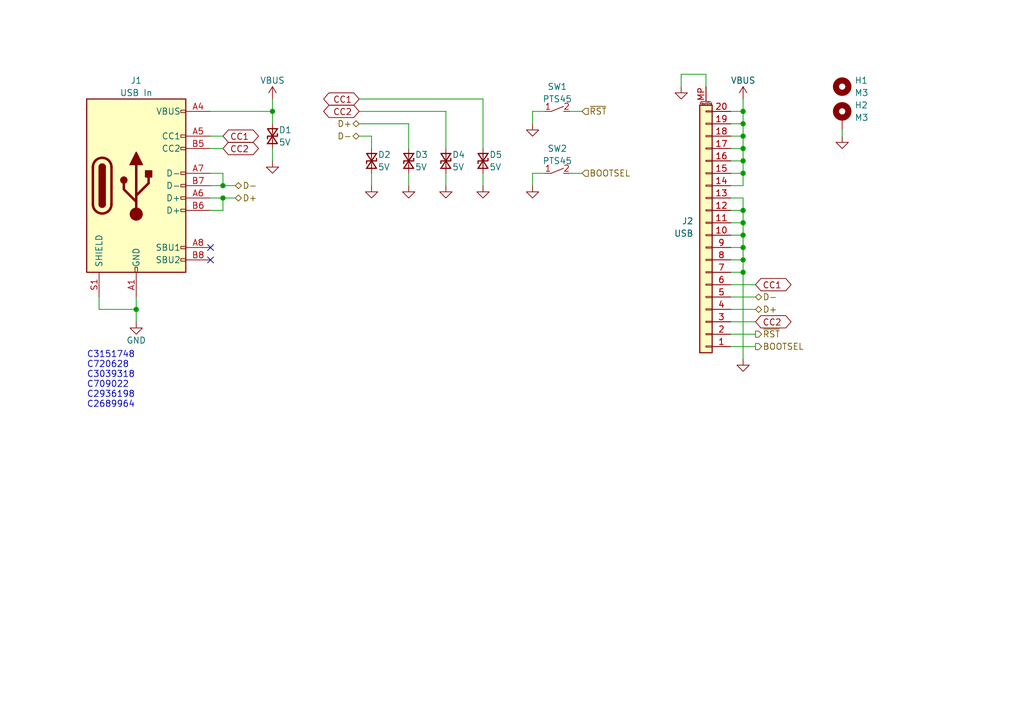
<source format=kicad_sch>
(kicad_sch (version 20230121) (generator eeschema)
  (paper "A5")
  (title_block (title "Galia USB-C breakout board") (date "2023-07-18") (rev "V1.0") (company "Created by Ariamelon (https://github.com/Ariamelon/Galia/)") (comment 1 "Licensed under CC BY 4.0."))
  (lib_symbols
    (symbol "Cantaloupe:SW_SPST_Small" (pin_names (offset 0) hide)
      (property "Reference" "SW" (at 0 -4.318 0))
      (property "Value" "SW_SPST_Small" (at 0 -2.54 0))
      (symbol "SW_SPST_Small_0_1"
        (polyline (pts (xy -1.27 0) (xy 1.27 1.016)))
      )
      (symbol "SW_SPST_Small_1_1"
        (pin passive line (at -2.54 0 0) (length 1.27) (name "A") (number "1"))
        (pin passive line (at 2.54 0 180) (length 1.27) (name "B") (number "2"))
      )
    )
    (symbol "Connector:USB_C_Receptacle_USB2.0" (pin_names (offset 1.016))
      (property "Reference" "J4" (at 0 21.59 0))
      (property "Value" "USB_C_Receptacle_USB2.0" (at 0 19.05 0))
      (symbol "USB_C_Receptacle_USB2.0_0_0"
        (rectangle (start -0.254 -17.78) (end 0.254 -16.764))
        (rectangle (start 10.16 -14.986) (end 9.144 -15.494))
        (rectangle (start 10.16 -12.446) (end 9.144 -12.954))
        (rectangle (start 10.16 -4.826) (end 9.144 -5.334))
        (rectangle (start 10.16 -2.286) (end 9.144 -2.794))
        (rectangle (start 10.16 0.254) (end 9.144 -0.254))
        (rectangle (start 10.16 2.794) (end 9.144 2.286))
        (rectangle (start 10.16 7.874) (end 9.144 7.366))
        (rectangle (start 10.16 10.414) (end 9.144 9.906))
        (rectangle (start 10.16 15.494) (end 9.144 14.986))
      )
      (symbol "USB_C_Receptacle_USB2.0_0_1"
        (rectangle (start -10.16 17.78) (end 10.16 -17.78) (stroke (width 0.254)) (fill (type background)))
        (arc (start -8.89 -3.81) (mid -6.985 -5.7067) (end -5.08 -3.81) (stroke (width 0.508)))
        (arc (start -7.62 -3.81) (mid -6.985 -4.4423) (end -6.35 -3.81) (stroke (width 0.254)))
        (arc (start -7.62 -3.81) (mid -6.985 -4.4423) (end -6.35 -3.81) (stroke (width 0.254)) (fill (type outline)))
        (rectangle (start -7.62 -3.81) (end -6.35 3.81) (stroke (width 0.254)) (fill (type outline)))
        (arc (start -6.35 3.81) (mid -6.985 4.4423) (end -7.62 3.81) (stroke (width 0.254)))
        (arc (start -6.35 3.81) (mid -6.985 4.4423) (end -7.62 3.81) (stroke (width 0.254)) (fill (type outline)))
        (arc (start -5.08 3.81) (mid -6.985 5.7067) (end -8.89 3.81) (stroke (width 0.508)))
        (circle (center -2.54 1.143) (radius 0.635) (stroke (width 0.254)) (fill (type outline)))
        (circle (center 0 -5.842) (radius 1.27) (fill (type outline)))
        (polyline (pts (xy -8.89 -3.81) (xy -8.89 3.81)) (stroke (width 0.508)))
        (polyline (pts (xy -5.08 3.81) (xy -5.08 -3.81)) (stroke (width 0.508)))
        (polyline (pts (xy 0 -5.842) (xy 0 4.318)) (stroke (width 0.508)))
        (polyline (pts (xy 0 -3.302) (xy -2.54 -0.762) (xy -2.54 0.508)) (stroke (width 0.508)))
        (polyline (pts (xy 0 -2.032) (xy 2.54 0.508) (xy 2.54 1.778)) (stroke (width 0.508)))
        (polyline (pts (xy -1.27 4.318) (xy 0 6.858) (xy 1.27 4.318) (xy -1.27 4.318)) (stroke (width 0.254)) (fill (type outline)))
        (rectangle (start 1.905 1.778) (end 3.175 3.048) (stroke (width 0.254)) (fill (type outline)))
      )
      (symbol "USB_C_Receptacle_USB2.0_1_1"
        (pin passive line (at 0 -22.86 90) (length 5.08) (name "GND") (number "A1"))
        (pin passive line (at 0 -22.86 90) (length 5.08) hide (name "GND") (number "A12"))
        (pin passive line (at 15.24 15.24 180) (length 5.08) (name "VBUS") (number "A4"))
        (pin bidirectional line (at 15.24 10.16 180) (length 5.08) (name "CC1") (number "A5"))
        (pin bidirectional line (at 15.24 -2.54 180) (length 5.08) (name "D+") (number "A6"))
        (pin bidirectional line (at 15.24 2.54 180) (length 5.08) (name "D-") (number "A7"))
        (pin bidirectional line (at 15.24 -12.7 180) (length 5.08) (name "SBU1") (number "A8"))
        (pin passive line (at 15.24 15.24 180) (length 5.08) hide (name "VBUS") (number "A9"))
        (pin passive line (at 0 -22.86 90) (length 5.08) hide (name "GND") (number "B1"))
        (pin passive line (at 0 -22.86 90) (length 5.08) hide (name "GND") (number "B12"))
        (pin passive line (at 15.24 15.24 180) (length 5.08) hide (name "VBUS") (number "B4"))
        (pin bidirectional line (at 15.24 7.62 180) (length 5.08) (name "CC2") (number "B5"))
        (pin bidirectional line (at 15.24 -5.08 180) (length 5.08) (name "D+") (number "B6"))
        (pin bidirectional line (at 15.24 0 180) (length 5.08) (name "D-") (number "B7"))
        (pin bidirectional line (at 15.24 -15.24 180) (length 5.08) (name "SBU2") (number "B8"))
        (pin passive line (at 15.24 15.24 180) (length 5.08) hide (name "VBUS") (number "B9"))
        (pin passive line (at -7.62 -22.86 90) (length 5.08) (name "SHIELD") (number "S1"))
      )
    )
    (symbol "Connector_Generic_MountingPin:Conn_01x20_MountingPin" (pin_names (offset 1.016) hide)
      (property "Reference" "J" (at 0 25.4 0))
      (property "Value" "Conn_01x20_MountingPin" (at 1.27 -27.94 0))
      (symbol "Conn_01x20_MountingPin_1_1"
        (rectangle (start -1.27 -25.273) (end 0 -25.527) (stroke (width 0.1524)))
        (rectangle (start -1.27 -22.733) (end 0 -22.987) (stroke (width 0.1524)))
        (rectangle (start -1.27 -20.193) (end 0 -20.447) (stroke (width 0.1524)))
        (rectangle (start -1.27 -17.653) (end 0 -17.907) (stroke (width 0.1524)))
        (rectangle (start -1.27 -15.113) (end 0 -15.367) (stroke (width 0.1524)))
        (rectangle (start -1.27 -12.573) (end 0 -12.827) (stroke (width 0.1524)))
        (rectangle (start -1.27 -10.033) (end 0 -10.287) (stroke (width 0.1524)))
        (rectangle (start -1.27 -7.493) (end 0 -7.747) (stroke (width 0.1524)))
        (rectangle (start -1.27 -4.953) (end 0 -5.207) (stroke (width 0.1524)))
        (rectangle (start -1.27 -2.413) (end 0 -2.667) (stroke (width 0.1524)))
        (rectangle (start -1.27 0.127) (end 0 -0.127) (stroke (width 0.1524)))
        (rectangle (start -1.27 2.667) (end 0 2.413) (stroke (width 0.1524)))
        (rectangle (start -1.27 5.207) (end 0 4.953) (stroke (width 0.1524)))
        (rectangle (start -1.27 7.747) (end 0 7.493) (stroke (width 0.1524)))
        (rectangle (start -1.27 10.287) (end 0 10.033) (stroke (width 0.1524)))
        (rectangle (start -1.27 12.827) (end 0 12.573) (stroke (width 0.1524)))
        (rectangle (start -1.27 15.367) (end 0 15.113) (stroke (width 0.1524)))
        (rectangle (start -1.27 17.907) (end 0 17.653) (stroke (width 0.1524)))
        (rectangle (start -1.27 20.447) (end 0 20.193) (stroke (width 0.1524)))
        (rectangle (start -1.27 22.987) (end 0 22.733) (stroke (width 0.1524)))
        (rectangle (start -1.27 24.13) (end 1.27 -26.67) (stroke (width 0.254)) (fill (type background)))
        (polyline (pts (xy -1.016 -27.432) (xy 1.016 -27.432)) (stroke (width 0.1524)))
        (text "Mounting" (at 0 -27.051 0) (effects (font (size 0.381 0.381))))
        (pin passive line (at -5.08 22.86 0) (length 3.81) (name "Pin_1") (number "1"))
        (pin passive line (at -5.08 0 0) (length 3.81) (name "Pin_10") (number "10"))
        (pin passive line (at -5.08 -2.54 0) (length 3.81) (name "Pin_11") (number "11"))
        (pin passive line (at -5.08 -5.08 0) (length 3.81) (name "Pin_12") (number "12"))
        (pin passive line (at -5.08 -7.62 0) (length 3.81) (name "Pin_13") (number "13"))
        (pin passive line (at -5.08 -10.16 0) (length 3.81) (name "Pin_14") (number "14"))
        (pin passive line (at -5.08 -12.7 0) (length 3.81) (name "Pin_15") (number "15"))
        (pin passive line (at -5.08 -15.24 0) (length 3.81) (name "Pin_16") (number "16"))
        (pin passive line (at -5.08 -17.78 0) (length 3.81) (name "Pin_17") (number "17"))
        (pin passive line (at -5.08 -20.32 0) (length 3.81) (name "Pin_18") (number "18"))
        (pin passive line (at -5.08 -22.86 0) (length 3.81) (name "Pin_19") (number "19"))
        (pin passive line (at -5.08 20.32 0) (length 3.81) (name "Pin_2") (number "2"))
        (pin passive line (at -5.08 -25.4 0) (length 3.81) (name "Pin_20") (number "20"))
        (pin passive line (at -5.08 17.78 0) (length 3.81) (name "Pin_3") (number "3"))
        (pin passive line (at -5.08 15.24 0) (length 3.81) (name "Pin_4") (number "4"))
        (pin passive line (at -5.08 12.7 0) (length 3.81) (name "Pin_5") (number "5"))
        (pin passive line (at -5.08 10.16 0) (length 3.81) (name "Pin_6") (number "6"))
        (pin passive line (at -5.08 7.62 0) (length 3.81) (name "Pin_7") (number "7"))
        (pin passive line (at -5.08 5.08 0) (length 3.81) (name "Pin_8") (number "8"))
        (pin passive line (at -5.08 2.54 0) (length 3.81) (name "Pin_9") (number "9"))
        (pin passive line (at 0 -30.48 90) (length 3.048) (name "MountPin") (number "MP"))
      )
    )
    (symbol "Galia:D_TVS_Small" (pin_numbers hide) (pin_names (offset 0.254) hide)
      (property "Reference" "D" (at 0 2.286 0))
      (property "Value" "D_TVS_Small" (at 0 -2.286 0))
      (symbol "D_TVS_Small_0_1"
        (polyline (pts (xy -1.524 0) (xy 1.524 0)))
        (polyline (pts (xy -1.524 1.016) (xy 0 0) (xy -1.524 -1.016) (xy -1.524 1.016)) (stroke (width 0.254)))
        (polyline (pts (xy -0.508 1.016) (xy 0 1.016) (xy 0 -1.016) (xy 0.508 -1.016)) (stroke (width 0.254)))
        (polyline (pts (xy 1.524 -1.016) (xy 0 0) (xy 1.524 1.016) (xy 1.524 -1.016)) (stroke (width 0.254)))
      )
      (symbol "D_TVS_Small_1_1"
        (pin passive line (at -2.54 0 0) (length 1.778) (name "K") (number "1"))
        (pin passive line (at 2.54 0 180) (length 1.778) (name "A") (number "2"))
      )
    )
    (symbol "Mechanical:MountingHole" (pin_names (offset 1.016))
      (property "Reference" "H" (at 0 5.08 0))
      (property "Value" "MountingHole" (at 0 3.175 0))
      (symbol "MountingHole_0_1"
        (circle (center 0 0) (radius 1.27) (stroke (width 1.27)))
      )
    )
    (symbol "Mechanical:MountingHole_Pad" (pin_numbers hide) (pin_names (offset 1.016) hide)
      (property "Reference" "H" (at 0 6.35 0))
      (property "Value" "MountingHole_Pad" (at 0 4.445 0))
      (symbol "MountingHole_Pad_0_1"
        (circle (center 0 1.27) (radius 1.27) (stroke (width 1.27)))
      )
      (symbol "MountingHole_Pad_1_1"
        (pin input line (at 0 -2.54 90) (length 2.54) (name "1") (number "1"))
      )
    )
    (symbol "power:GND" (power) (pin_names (offset 0))
      (property "Value" "GND" (at 0 -3.81 0))
      (symbol "GND_0_1"
        (polyline (pts (xy 0 0) (xy 0 -1.27) (xy 1.27 -1.27) (xy 0 -2.54) (xy -1.27 -1.27) (xy 0 -1.27)))
      )
      (symbol "GND_1_1"
        (pin power_in line (at 0 0 270) (length 0) hide (name "GND") (number "1"))
      )
    )
    (symbol "power:VBUS" (power) (pin_names (offset 0))
      (property "Value" "VBUS" (at 0 3.81 0))
      (symbol "VBUS_0_1"
        (polyline (pts (xy -0.762 1.27) (xy 0 2.54)))
        (polyline (pts (xy 0 0) (xy 0 2.54)))
        (polyline (pts (xy 0 2.54) (xy 0.762 1.27)))
      )
      (symbol "VBUS_1_1"
        (pin power_in line (at 0 0 90) (length 0) hide (name "VBUS") (number "1"))
      )
    )
  )
  (junction (at 152.4 48.26))
  (junction (at 152.4 25.4))
  (junction (at 152.4 53.34))
  (junction (at 152.4 35.56))
  (junction (at 55.88 22.86))
  (junction (at 45.72 38.1))
  (junction (at 152.4 45.72))
  (junction (at 152.4 33.02))
  (junction (at 27.94 63.5))
  (junction (at 152.4 55.88))
  (junction (at 152.4 50.8))
  (junction (at 152.4 30.48))
  (junction (at 152.4 27.94))
  (junction (at 152.4 43.18))
  (junction (at 152.4 22.86))
  (junction (at 45.72 40.64))
  (no_connect (at 43.18 53.34))
  (no_connect (at 43.18 50.8))
  (wire (pts (xy 55.88 30.48) (xy 55.88 33.02)))
  (wire (pts (xy 76.2 27.94) (xy 76.2 30.48)))
  (wire (pts (xy 43.18 43.18) (xy 45.72 43.18)))
  (wire (pts (xy 45.72 27.94) (xy 43.18 27.94)))
  (wire (pts (xy 55.88 25.4) (xy 55.88 22.86)))
  (wire (pts (xy 152.4 27.94) (xy 152.4 30.48)))
  (wire (pts (xy 83.82 25.4) (xy 83.82 30.48)))
  (wire (pts (xy 152.4 43.18) (xy 152.4 45.72)))
  (wire (pts (xy 48.26 38.1) (xy 45.72 38.1)))
  (wire (pts (xy 152.4 55.88) (xy 149.86 55.88)))
  (wire (pts (xy 27.94 60.96) (xy 27.94 63.5)))
  (wire (pts (xy 139.7 15.24) (xy 144.78 15.24)))
  (wire (pts (xy 149.86 30.48) (xy 152.4 30.48)))
  (wire (pts (xy 154.94 66.04) (xy 149.86 66.04)))
  (wire (pts (xy 149.86 43.18) (xy 152.4 43.18)))
  (wire (pts (xy 149.86 35.56) (xy 152.4 35.56)))
  (wire (pts (xy 20.32 60.96) (xy 20.32 63.5)))
  (wire (pts (xy 152.4 45.72) (xy 152.4 48.26)))
  (wire (pts (xy 48.26 40.64) (xy 45.72 40.64)))
  (wire (pts (xy 109.22 35.56) (xy 111.76 35.56)))
  (wire (pts (xy 172.72 26.67) (xy 172.72 27.94)))
  (wire (pts (xy 149.86 71.12) (xy 154.94 71.12)))
  (wire (pts (xy 109.22 22.86) (xy 111.76 22.86)))
  (wire (pts (xy 152.4 35.56) (xy 152.4 33.02)))
  (wire (pts (xy 144.78 15.24) (xy 144.78 17.78)))
  (wire (pts (xy 43.18 38.1) (xy 45.72 38.1)))
  (wire (pts (xy 76.2 35.56) (xy 76.2 38.1)))
  (wire (pts (xy 152.4 27.94) (xy 149.86 27.94)))
  (wire (pts (xy 91.44 35.56) (xy 91.44 38.1)))
  (wire (pts (xy 152.4 38.1) (xy 152.4 35.56)))
  (wire (pts (xy 73.66 22.86) (xy 91.44 22.86)))
  (wire (pts (xy 27.94 63.5) (xy 27.94 66.04)))
  (wire (pts (xy 149.86 50.8) (xy 152.4 50.8)))
  (wire (pts (xy 152.4 55.88) (xy 152.4 73.66)))
  (wire (pts (xy 149.86 68.58) (xy 154.94 68.58)))
  (wire (pts (xy 154.94 63.5) (xy 149.86 63.5)))
  (wire (pts (xy 154.94 58.42) (xy 149.86 58.42)))
  (wire (pts (xy 99.06 35.56) (xy 99.06 38.1)))
  (wire (pts (xy 152.4 53.34) (xy 152.4 55.88)))
  (wire (pts (xy 152.4 25.4) (xy 149.86 25.4)))
  (wire (pts (xy 91.44 22.86) (xy 91.44 30.48)))
  (wire (pts (xy 73.66 20.32) (xy 99.06 20.32)))
  (wire (pts (xy 119.38 22.86) (xy 116.84 22.86)))
  (wire (pts (xy 149.86 33.02) (xy 152.4 33.02)))
  (wire (pts (xy 152.4 48.26) (xy 152.4 50.8)))
  (wire (pts (xy 45.72 30.48) (xy 43.18 30.48)))
  (wire (pts (xy 152.4 53.34) (xy 149.86 53.34)))
  (wire (pts (xy 152.4 25.4) (xy 152.4 27.94)))
  (wire (pts (xy 73.66 25.4) (xy 83.82 25.4)))
  (wire (pts (xy 119.38 35.56) (xy 116.84 35.56)))
  (wire (pts (xy 152.4 20.32) (xy 152.4 22.86)))
  (wire (pts (xy 43.18 22.86) (xy 55.88 22.86)))
  (wire (pts (xy 149.86 45.72) (xy 152.4 45.72)))
  (wire (pts (xy 152.4 22.86) (xy 149.86 22.86)))
  (wire (pts (xy 149.86 38.1) (xy 152.4 38.1)))
  (wire (pts (xy 43.18 40.64) (xy 45.72 40.64)))
  (wire (pts (xy 152.4 40.64) (xy 152.4 43.18)))
  (wire (pts (xy 20.32 63.5) (xy 27.94 63.5)))
  (wire (pts (xy 149.86 48.26) (xy 152.4 48.26)))
  (wire (pts (xy 149.86 40.64) (xy 152.4 40.64)))
  (wire (pts (xy 99.06 20.32) (xy 99.06 30.48)))
  (wire (pts (xy 73.66 27.94) (xy 76.2 27.94)))
  (wire (pts (xy 55.88 20.32) (xy 55.88 22.86)))
  (wire (pts (xy 43.18 35.56) (xy 45.72 35.56)))
  (wire (pts (xy 45.72 40.64) (xy 45.72 43.18)))
  (wire (pts (xy 152.4 22.86) (xy 152.4 25.4)))
  (wire (pts (xy 152.4 50.8) (xy 152.4 53.34)))
  (wire (pts (xy 139.7 17.78) (xy 139.7 15.24)))
  (wire (pts (xy 109.22 35.56) (xy 109.22 38.1)))
  (wire (pts (xy 152.4 33.02) (xy 152.4 30.48)))
  (wire (pts (xy 45.72 35.56) (xy 45.72 38.1)))
  (wire (pts (xy 154.94 60.96) (xy 149.86 60.96)))
  (wire (pts (xy 83.82 35.56) (xy 83.82 38.1)))
  (wire (pts (xy 109.22 22.86) (xy 109.22 25.4)))
  (text "C3151748\nC720628\nC3039318\nC709022\nC2936198\nC2689964" (at 17.78 83.82 0) (effects (font (size 1.27 1.27)) (justify left bottom)))
  (global_label "CC2" (shape bidirectional) (at 45.72 30.48 0) (property "Intersheetrefs" "${INTERSHEET_REFS}" (effects hide)))
  (global_label "CC1" (shape bidirectional) (at 45.72 27.94 0) (property "Intersheetrefs" "${INTERSHEET_REFS}" (effects hide)))
  (global_label "CC1" (shape bidirectional) (at 73.66 20.32 180) (property "Intersheetrefs" "${INTERSHEET_REFS}" (effects hide)))
  (global_label "CC1" (shape bidirectional) (at 154.94 58.42 0) (property "Intersheetrefs" "${INTERSHEET_REFS}" (effects hide)))
  (global_label "CC2" (shape bidirectional) (at 73.66 22.86 180) (property "Intersheetrefs" "${INTERSHEET_REFS}" (effects hide)))
  (global_label "CC2" (shape bidirectional) (at 154.94 66.04 0) (property "Intersheetrefs" "${INTERSHEET_REFS}" (effects hide)))
  (hierarchical_label "~{RST}" (shape input) (at 119.38 22.86 0))
  (hierarchical_label "D-" (shape bidirectional) (at 73.66 27.94 180))
  (hierarchical_label "D-" (shape bidirectional) (at 154.94 60.96 0))
  (hierarchical_label "D-" (shape bidirectional) (at 48.26 38.1 0))
  (hierarchical_label "D+" (shape bidirectional) (at 73.66 25.4 180))
  (hierarchical_label "~{RST}" (shape output) (at 154.94 68.58 0))
  (hierarchical_label "BOOTSEL" (shape input) (at 119.38 35.56 0))
  (hierarchical_label "D+" (shape bidirectional) (at 154.94 63.5 0))
  (hierarchical_label "BOOTSEL" (shape output) (at 154.94 71.12 0))
  (hierarchical_label "D+" (shape bidirectional) (at 48.26 40.64 0))
  (symbol (lib_id "power:GND") (at 109.22 38.1 0) (unit 1)
    (property "Reference" "#PWR05" (effects hide))
    (property "Value" "GND" (effects hide))
  )
  (symbol (lib_id "power:GND") (at 172.72 27.94 0) (unit 1)
    (property "Reference" "#PWR010" (effects hide))
    (property "Value" "GND" (effects hide))
  )
  (symbol (lib_id "Galia:D_TVS_Small") (at 83.82 33.02 270) (unit 1)
    (property "Reference" "D3" (at 85.09 31.75 90) (effects (justify left)))
    (property "Value" "5V" (at 85.09 34.29 90) (effects (justify left)))
    (property "Footprint" "Galia:Texas_DPY0002A_0.6x1mm_P0.65mm" (effects hide))
    (property "LCSC" "C914099" (effects hide))
    (property "Description" "X1SON TVS" (effects hide))
  )
  (symbol (lib_id "Connector_Generic_MountingPin:Conn_01x20_MountingPin") (at 144.78 48.26 180) (unit 1)
    (property "Reference" "J2" (at 142.24 45.3644 0) (effects (justify left)))
    (property "Value" "USB" (at 142.24 47.9044 0) (effects (justify left)))
    (property "Footprint" "Galia:HRS_FH34SRJ-20S-0.5SH(50)" (effects hide))
    (property "LCSC" "C2802370" (effects hide))
  )
  (symbol (lib_id "Connector:USB_C_Receptacle_USB2.0") (at 27.94 38.1 0) (unit 1)
    (property "Reference" "J1" (at 27.94 16.51 0))
    (property "Value" "USB In" (at 27.94 19.05 0))
    (property "Footprint" "Galia:CON-USB4120-03-C-REVA" (effects hide))
    (property "Datasheet" "https://www.usb.org/sites/default/files/documents/usb_type-c.zip" (effects hide))
    (property "LCSC" "C709022" (effects hide))
    (property "Description" "USB C receptacle" (effects hide))
  )
  (symbol (lib_id "Cantaloupe:SW_SPST_Small") (at 114.3 22.86 0) (unit 1)
    (property "Reference" "SW1" (at 114.3 17.78 0))
    (property "Value" "PTS45" (at 114.3 20.32 0))
    (property "Footprint" "Galia:SW_SPST_PTS645" (effects hide))
    (property "Description" "Momentary pushbutton" (effects hide))
    (property "LCSC" "C285487" (effects hide))
  )
  (symbol (lib_id "power:GND") (at 139.7 17.78 0) (unit 1)
    (property "Reference" "#PWR011" (effects hide))
    (property "Value" "GND" (effects hide))
  )
  (symbol (lib_id "power:GND") (at 99.06 38.1 0) (unit 1)
    (property "Reference" "#PWR013" (effects hide))
    (property "Value" "GND" (effects hide))
  )
  (symbol (lib_id "power:VBUS") (at 152.4 20.32 0) (unit 1)
    (property "Reference" "#PWR09" (effects hide))
    (property "Value" "VBUS" (at 152.4 16.51 0))
  )
  (symbol (lib_id "power:GND") (at 91.44 38.1 0) (unit 1)
    (property "Reference" "#PWR012" (effects hide))
    (property "Value" "GND" (effects hide))
  )
  (symbol (lib_id "power:GND") (at 83.82 38.1 0) (unit 1)
    (property "Reference" "#PWR07" (effects hide))
    (property "Value" "GND" (effects hide))
  )
  (symbol (lib_id "Galia:D_TVS_Small") (at 99.06 33.02 270) (unit 1)
    (property "Reference" "D5" (at 100.33 31.75 90) (effects (justify left)))
    (property "Value" "5V" (at 100.33 34.29 90) (effects (justify left)))
    (property "Footprint" "Galia:Texas_DPY0002A_0.6x1mm_P0.65mm" (effects hide))
    (property "LCSC" "C914099" (effects hide))
    (property "Description" "X1SON TVS" (effects hide))
  )
  (symbol (lib_id "Cantaloupe:SW_SPST_Small") (at 114.3 35.56 0) (unit 1)
    (property "Reference" "SW2" (at 114.3 30.48 0))
    (property "Value" "PTS45" (at 114.3 33.02 0))
    (property "Footprint" "Galia:SW_SPST_PTS645" (effects hide))
    (property "Description" "Momentary pushbutton" (effects hide))
    (property "LCSC" "C285487" (effects hide))
  )
  (symbol (lib_id "Galia:D_TVS_Small") (at 76.2 33.02 270) (unit 1)
    (property "Reference" "D2" (at 77.47 31.75 90) (effects (justify left)))
    (property "Value" "5V" (at 77.47 34.29 90) (effects (justify left)))
    (property "Footprint" "Galia:Texas_DPY0002A_0.6x1mm_P0.65mm" (effects hide))
    (property "LCSC" "C914099" (effects hide))
    (property "Description" "X1SON TVS" (effects hide))
  )
  (symbol (lib_id "power:GND") (at 27.94 66.04 0) (unit 1)
    (property "Reference" "#PWR02" (effects hide))
    (property "Value" "GND" (at 27.94 69.85 0))
  )
  (symbol (lib_id "power:VBUS") (at 55.88 20.32 0) (unit 1)
    (property "Reference" "#PWR04" (effects hide))
    (property "Value" "VBUS" (at 55.88 16.51 0))
  )
  (symbol (lib_id "Galia:D_TVS_Small") (at 91.44 33.02 270) (unit 1)
    (property "Reference" "D4" (at 92.71 31.75 90) (effects (justify left)))
    (property "Value" "5V" (at 92.71 34.29 90) (effects (justify left)))
    (property "Footprint" "Galia:Texas_DPY0002A_0.6x1mm_P0.65mm" (effects hide))
    (property "LCSC" "C914099" (effects hide))
    (property "Description" "X1SON TVS" (effects hide))
  )
  (symbol (lib_id "Mechanical:MountingHole_Pad") (at 172.72 24.13 0) (mirror y) (unit 1) (in_bom no)
    (property "Reference" "H2" (at 175.26 21.59 0) (effects (justify right)))
    (property "Value" "M3" (at 175.26 24.13 0) (effects (justify right)))
    (property "Footprint" "Galia:MountingHole_3.2mm_M3_Pad" (effects hide))
  )
  (symbol (lib_id "power:GND") (at 55.88 33.02 0) (unit 1)
    (property "Reference" "#PWR01" (effects hide))
    (property "Value" "GND" (effects hide))
  )
  (symbol (lib_id "Mechanical:MountingHole") (at 172.72 17.78 0) (mirror y) (unit 1) (in_bom no)
    (property "Reference" "H1" (at 175.26 16.51 0) (effects (justify right)))
    (property "Value" "M3" (at 175.26 19.05 0) (effects (justify right)))
    (property "Footprint" "Galia:MountingHole_3.2mm_M3_Pad" (effects hide))
  )
  (symbol (lib_id "power:GND") (at 109.22 25.4 0) (unit 1)
    (property "Reference" "#PWR06" (effects hide))
    (property "Value" "GND" (effects hide))
  )
  (symbol (lib_id "power:GND") (at 76.2 38.1 0) (unit 1)
    (property "Reference" "#PWR03" (effects hide))
    (property "Value" "GND" (effects hide))
  )
  (symbol (lib_id "Galia:D_TVS_Small") (at 55.88 27.94 270) (unit 1)
    (property "Reference" "D1" (at 57.15 26.67 90) (effects (justify left)))
    (property "Value" "5V" (at 57.15 29.21 90) (effects (justify left)))
    (property "Footprint" "Diode_SMD:D_SOD-523" (effects hide))
    (property "LCSC" "C85708" (effects hide))
    (property "Description" "SOD-523 TVS" (effects hide))
  )
  (symbol (lib_id "power:GND") (at 152.4 73.66 0) (unit 1)
    (property "Reference" "#PWR08" (effects hide))
    (property "Value" "GND" (effects hide))
  )
)
</source>
